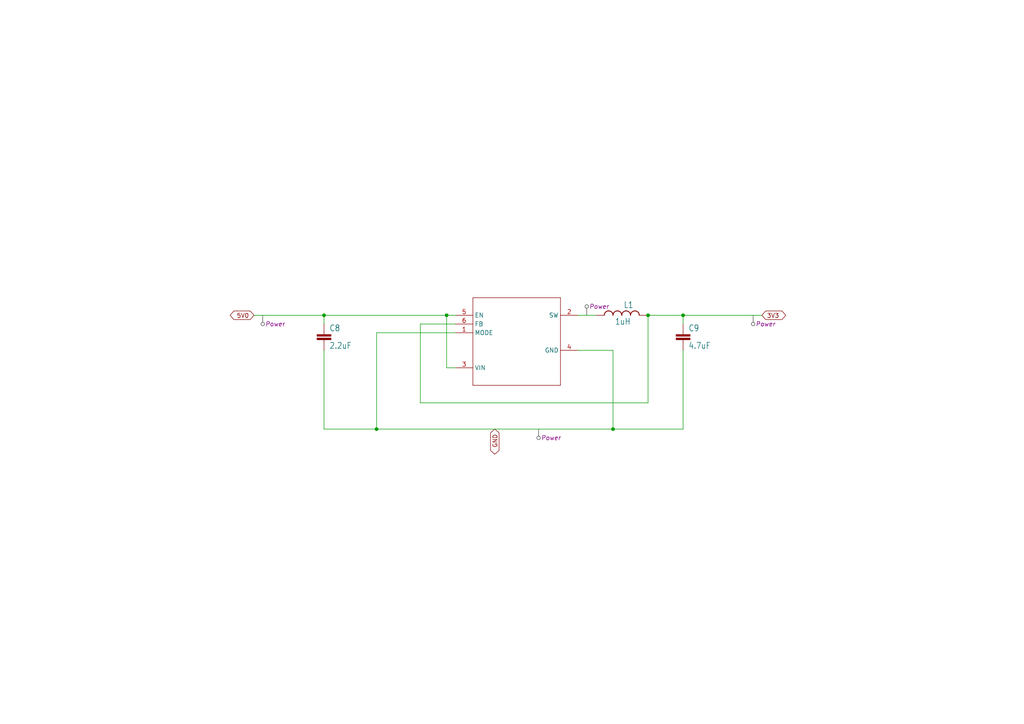
<source format=kicad_sch>
(kicad_sch (version 20250114) (generator "eeschema") (generator_version "9.0")
  (paper "A4")
  (lib_symbols
    (symbol "pokeymax4-eagle-import:C-EUC0402"
      (property "Reference" "C" (at 1.524 0.381 0))
      (symbol "C-EUC0402_1_0"
        (rectangle (start -2.032 -1.016) (end 2.032 -0.508) (fill (type outline)))
        (rectangle (start -2.032 -2.032) (end 2.032 -1.524) (fill (type outline)))
        (polyline (pts (xy 0 0) (xy 0 -0.508)) (stroke (width 0.1524)))
        (polyline (pts (xy 0 -2.54) (xy 0 -2.032)) (stroke (width 0.1524)))
        (pin passive line (at 0 2.54 270) (length 2.54) (name "1") (number "1"))
        (pin passive line (at 0 -5.08 90) (length 2.54) (name "2") (number "2"))
      )
    )
    (symbol "pokeymax4-eagle-import:LQM2HPN1R0MJ0L"
      (property "Reference" "L" (at -7.6315 5.0877 0))
      (symbol "LQM2HPN1R0MJ0L_1_0"
        (arc (start -3.81 1.27) (mid -2.912 0.898) (end -2.54 0) (stroke (width 0.254)))
        (arc (start -5.08 0) (mid -4.708 0.898) (end -3.81 1.27) (stroke (width 0.254)))
        (arc (start -1.27 1.27) (mid -0.372 0.898) (end 0 0) (stroke (width 0.254)))
        (arc (start -2.54 0) (mid -2.168 0.898) (end -1.27 1.27) (stroke (width 0.254)))
        (arc (start 0 0) (mid 0.372 0.898) (end 1.27 1.27) (stroke (width 0.254)))
        (arc (start 1.27 1.27) (mid 2.168 0.898) (end 2.54 0) (stroke (width 0.254)))
        (arc (start 2.54 0) (mid 2.912 0.898) (end 3.81 1.27) (stroke (width 0.254)))
        (arc (start 3.81 1.27) (mid 4.708 0.898) (end 5.08 0) (stroke (width 0.254)))
        (pin passive line (at -7.62 0 0) (length 2.54) (name "1") (number "1"))
        (pin passive line (at 7.62 0 180) (length 2.54) (name "2") (number "2"))
      )
    )
    (symbol "pokeymax4-eagle-import:TPS62237DRYR"
      (symbol "TPS62237DRYR_1_0"
        (polyline (pts (xy 7.62 5.08) (xy 7.62 -20.32)) (stroke (width 0.1524)))
        (polyline (pts (xy 7.62 -20.32) (xy 33.02 -20.32)) (stroke (width 0.1524)))
        (polyline (pts (xy 33.02 5.08) (xy 7.62 5.08)) (stroke (width 0.1524)))
        (polyline (pts (xy 33.02 -20.32) (xy 33.02 5.08)) (stroke (width 0.1524)))
        (pin input line (at 2.54 0 0) (length 5.08) (name "EN") (number "5"))
        (pin input line (at 2.54 -2.54 0) (length 5.08) (name "FB") (number "6"))
        (pin input line (at 2.54 -5.08 0) (length 5.08) (name "MODE") (number "1"))
        (pin power_in line (at 2.54 -15.24 0) (length 5.08) (name "VIN") (number "3"))
        (pin output line (at 38.1 0 180) (length 5.08) (name "SW") (number "2"))
        (pin power_in line (at 38.1 -10.16 180) (length 5.08) (name "GND") (number "4"))
      )
    )
  )
  (junction (at 109.22 124.46))
  (junction (at 198.12 91.44))
  (junction (at 187.96 91.44))
  (junction (at 177.8 124.46))
  (junction (at 93.98 91.44))
  (junction (at 129.54 91.44))
  (wire (pts (xy 73.66 91.44) (xy 93.98 91.44)) (stroke (width 0.1524)))
  (wire (pts (xy 198.12 124.46) (xy 198.12 101.6)) (stroke (width 0.1524)))
  (wire (pts (xy 132.08 96.52) (xy 109.22 96.52)) (stroke (width 0.1524)))
  (wire (pts (xy 177.8 101.6) (xy 177.8 124.46)) (stroke (width 0.1524)))
  (wire (pts (xy 121.92 116.84) (xy 187.96 116.84)) (stroke (width 0.1524)))
  (wire (pts (xy 220.98 91.44) (xy 198.12 91.44)) (stroke (width 0.1524)))
  (wire (pts (xy 129.54 91.44) (xy 93.98 91.44)) (stroke (width 0.1524)))
  (wire (pts (xy 121.92 93.98) (xy 132.08 93.98)) (stroke (width 0.1524)))
  (wire (pts (xy 187.96 116.84) (xy 187.96 91.44)) (stroke (width 0.1524)))
  (wire (pts (xy 167.64 101.6) (xy 177.8 101.6)) (stroke (width 0.1524)))
  (wire (pts (xy 121.92 93.98) (xy 121.92 116.84)) (stroke (width 0.1524)))
  (wire (pts (xy 109.22 96.52) (xy 109.22 124.46)) (stroke (width 0.1524)))
  (wire (pts (xy 177.8 124.46) (xy 198.12 124.46)) (stroke (width 0.1524)))
  (wire (pts (xy 198.12 93.98) (xy 198.12 91.44)) (stroke (width 0.1524)))
  (wire (pts (xy 167.64 91.44) (xy 172.72 91.44)) (stroke (width 0.1524)))
  (wire (pts (xy 187.96 91.44) (xy 198.12 91.44)) (stroke (width 0.1524)))
  (wire (pts (xy 93.98 124.46) (xy 93.98 101.6)) (stroke (width 0.1524)))
  (wire (pts (xy 129.54 91.44) (xy 132.08 91.44)) (stroke (width 0.1524)))
  (wire (pts (xy 93.98 93.98) (xy 93.98 91.44)) (stroke (width 0.1524)))
  (wire (pts (xy 109.22 124.46) (xy 93.98 124.46)) (stroke (width 0.1524)))
  (wire (pts (xy 109.22 124.46) (xy 177.8 124.46)) (stroke (width 0.1524)))
  (wire (pts (xy 129.54 106.68) (xy 129.54 91.44)) (stroke (width 0.1524)))
  (wire (pts (xy 132.08 106.68) (xy 129.54 106.68)) (stroke (width 0.1524)))
  (global_label "3V3" (shape bidirectional) (at 220.98 91.44 0) (effects (font (size 1.2446 1.2446))) (property "Intersheetrefs" "${INTERSHEET_REFS}" (effects (hide yes))))
  (global_label "5V0" (shape bidirectional) (at 73.66 91.44 180) (effects (font (size 1.2446 1.2446))) (property "Intersheetrefs" "${INTERSHEET_REFS}" (effects (hide yes))))
  (global_label "GND" (shape bidirectional) (at 143.51 124.46 270) (effects (font (size 1.2446 1.2446))) (property "Intersheetrefs" "${INTERSHEET_REFS}" (effects (hide yes))))
  (netclass_flag "" (length 2.54) (shape round) (at 218.44 91.44 180) (property "Netclass" "Power" (at 219.1385 93.98 0) (effects (font (italic yes)) (justify left))))
  (netclass_flag "" (length 2.54) (shape round) (at 76.2 91.44 180) (property "Netclass" "Power" (at 76.8985 93.98 0) (effects (font (italic yes)) (justify left))))
  (netclass_flag "" (length 2.54) (shape round) (at 170.18 91.44 0) (property "Netclass" "Power" (at 170.8785 88.9 0) (effects (font (italic yes)) (justify left))))
  (netclass_flag "" (length 2.54) (shape round) (at 156.21 124.46 180) (property "Netclass" "Power" (at 156.9085 127 0) (effects (font (italic yes)) (justify left))))
  (symbol (lib_id "pokeymax4-eagle-import:LQM2HPN1R0MJ0L") (at 180.34 91.44 0) (unit 1)
    (property "Reference" "L1" (at 180.848 89.408 0) (effects (font (size 1.7807 1.5135)) (justify left bottom)))
    (property "Value" "1uH" (at 178.308 94.234 0) (effects (font (size 1.7781 1.5113)) (justify left bottom)))
    (property "Footprint" "Inductor_SMD:L_1206_3216Metric" (effects (hide yes)))
    (property "LCSC Part #" "C139248" (effects (hide yes)))
  )
  (symbol (lib_id "pokeymax4-eagle-import:C-EUC0402") (at 93.98 96.52 0) (unit 1)
    (property "Reference" "C8" (at 95.504 96.139 0) (effects (font (size 1.778 1.5113)) (justify left bottom)))
    (property "Value" "2.2uF" (at 95.504 101.219 0) (effects (font (size 1.778 1.5113)) (justify left bottom)))
    (property "Footprint" "Capacitor_SMD:C_0402_1005Metric" (effects (hide yes)))
    (property "LCSC Part #" "C12530" (effects (hide yes)))
  )
  (symbol (lib_id "pokeymax4-eagle-import:TPS62237DRYR") (at 129.54 91.44 0) (unit 1)
    (property "Reference" "REG1" (effects (hide yes)))
    (property "Value" "TPS62237DRYR" (effects (hide yes)))
    (property "Footprint" "pokeymax4:DRY6" (effects (hide yes)))
    (property "LCSC Part #" "C398923" (effects (hide yes)))
    (property "JLCPCB Rotation Offset" "270" (effects (hide yes)))
  )
  (symbol (lib_id "pokeymax4-eagle-import:C-EUC0402") (at 198.12 96.52 0) (unit 1)
    (property "Reference" "C9" (at 199.644 96.139 0) (effects (font (size 1.778 1.5113)) (justify left bottom)))
    (property "Value" "4.7uF" (at 199.644 101.219 0) (effects (font (size 1.778 1.5113)) (justify left bottom)))
    (property "Footprint" "Capacitor_SMD:C_0402_1005Metric" (effects (hide yes)))
    (property "LCSC Part #" "C307423" (effects (hide yes)))
  )
)
</source>
